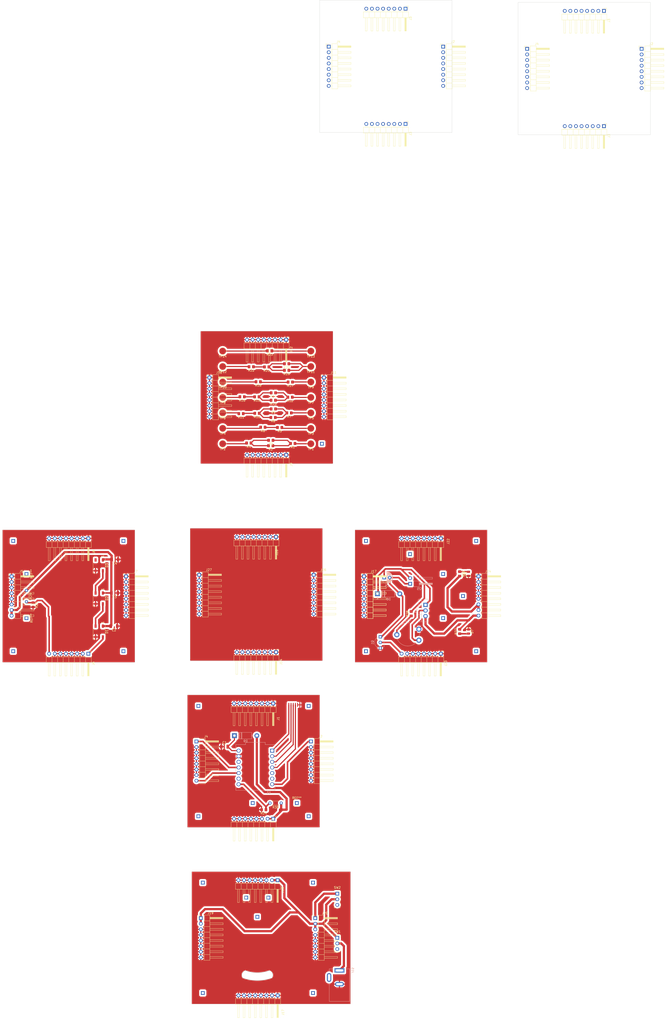
<source format=kicad_pcb>
(kicad_pcb (version 20221018) (generator pcbnew)
  (layers (0 "F.Cu" signal) (31 "B.Cu" signal) (34 "B.Paste" user) (35 "F.Paste" user) (36 "B.SilkS" user "B.Silkscreen") (37 "F.SilkS" user "F.Silkscreen") (38 "B.Mask" user) (39 "F.Mask" user) (44 "Edge.Cuts" user))
  (net 0 "")
  (net 1 "GND")
  (net 2 "+5V")
  (net 3 "Net-(D8-K)")
  (net 4 "Net-(D8-A)")
  (net 5 "/leds_detector/D1")
  (net 6 "/leds_detector/leds")
  (net 7 "/leds_detector/D2")
  (net 9 "Net-(D6-A)")
  (net 10 "Net-(D7-A)")
  (net 16 "/laser/laser_base")
  (net 17 "/leds_detector/detector_2")
  (net 18 "/qtpy/detector_1")
  (net 20 "/beamsplitter/5V_beforeswitch")
  (net 21 "/beamsplitter/laser_power")
  (net 22 "Net-(R1-Pad1)")
  (net 23 "Net-(R1-Pad2)")
  (net 24 "Net-(R2-Pad2)")
  (net 25 "Net-(R4-Pad2)")
  (net 26 "Net-(R5-Pad1)")
  (net 27 "Net-(R5-Pad2)")
  (net 28 "Net-(R6-Pad2)")
  (net 29 "Net-(R7-Pad1)")
  (net 30 "Net-(R7-Pad2)")
  (net 31 "Net-(R10-Pad1)")
  (net 32 "Net-(R10-Pad2)")
  (net 33 "Net-(R11-Pad2)")
  (net 34 "Net-(R12-Pad1)")
  (net 35 "Net-(R12-Pad2)")
  (net 36 "Net-(R13-Pad2)")
  (net 37 "Net-(R15-Pad2)")
  (net 38 "Net-(R16-Pad2)")
  (net 39 "Net-(R17-Pad1)")
  (net 40 "Net-(R17-Pad2)")
  (net 41 "Net-(R18-Pad2)")
  (net 42 "Net-(R19-Pad1)")
  (net 43 "Net-(R19-Pad2)")
  (net 44 "Net-(R21-Pad2)")
  (net 45 "Net-(R22-Pad2)")
  (net 46 "Net-(R23-Pad1)")
  (net 47 "Net-(R23-Pad2)")
  (net 48 "Net-(R28-Pad1)")
  (net 49 "Net-(U2-VO)")
  (net 53 "Net-(D9-K)")
  (net 54 "/qtpy/trumpet_1")
  (net 55 "/qtpy/trumpet_2")
  (net 56 "/qtpy/trumpet_3")
  (net 57 "/qtpy/enter")
  (footprint "" (layer "F.Cu") (at 115.736532 245.323839)
    (fp_text reference "")
    (fp_text value "")
  )
  (footprint "" (layer "F.Cu") (at 145 31)
    (fp_text reference "")
    (fp_text value "")
  )
  (footprint "Resistor_SMD:R_0805_2012Metric_Pad1.20x1.40mm_HandSolder" (layer "F.Cu") (at 111.839908 30.667243 180)
    (fp_text reference "R4")
    (fp_text value "62")
  )
  (footprint "" (layer "F.Cu") (at 110.690769 236.610777)
    (fp_text reference "")
    (fp_text value "")
  )
  (footprint "Resistor_SMD:R_0805_2012Metric_Pad1.20x1.40mm_HandSolder" (layer "F.Cu") (at 129.00796 -5.245297 180)
    (fp_text reference "R20")
    (fp_text value "680")
  )
  (footprint "Connector_PinHeader_2.54mm:PinHeader_1x08_P2.54mm_Horizontal" (layer "F.Cu") (at 272.93 -165.116071 -90)
    (fp_text reference "J3")
    (fp_text value "Conn_01x08_Pin")
  )
  (footprint "Connector_PinHeader_2.54mm:PinHeader_1x08_P2.54mm_Horizontal" (layer "F.Cu") (at 148.1 -148.92)
    (fp_text reference "J4")
    (fp_text value "Conn_01x08_Pin")
  )
  (footprint "TestPoint:TestPoint_Pad_D3.0mm" (layer "F.Cu") (at 140 16.999999 180)
    (fp_text reference "TP5")
    (fp_text value "TestPoint")
  )
  (footprint "Resistor_SMD:R_0805_2012Metric_Pad1.20x1.40mm_HandSolder" (layer "F.Cu") (at 130.124485 17.024948 180)
    (fp_text reference "R7")
    (fp_text value "430")
  )
  (footprint "" (layer "F.Cu") (at 55 125)
    (fp_text reference "")
    (fp_text value "")
  )
  (footprint "Connector_PinHeader_2.54mm:PinHeader_1x08_P2.54mm_Horizontal" (layer "F.Cu") (at 122.931774 148.656835 -90)
    (fp_text reference "J1")
    (fp_text value "qtpy2capacitive")
  )
  (footprint "Resistor_SMD:R_0805_2012Metric_Pad1.20x1.40mm_HandSolder" (layer "F.Cu") (at 122.975193 15.21716 180)
    (fp_text reference "R9")
    (fp_text value "68")
  )
  (footprint "Connector_PinHeader_2.54mm:PinHeader_1x08_P2.54mm_Horizontal" (layer "F.Cu") (at 198.931317 73.882556 -90)
    (fp_text reference "J22")
    (fp_text value "laser2resistors")
  )
  (footprint "Connector_PinHeader_2.54mm:PinHeader_1x08_P2.54mm_Horizontal" (layer "F.Cu") (at 88.1 165.86)
    (fp_text reference "J4")
    (fp_text value "qtpy2leds")
  )
  (footprint "Capacitor_SMD:C_1206_3216Metric" (layer "F.Cu") (at 50.70409 113.59891 180)
    (fp_text reference "C2")
    (fp_text value "100uF")
  )
  (footprint "Connector_PinHeader_2.54mm:PinHeader_1x08_P2.54mm_Horizontal" (layer "F.Cu") (at 39.085695 126.10333 -90)
    (fp_text reference "J6")
    (fp_text value "leds2qtpy")
  )
  (footprint "Connector_PinHeader_2.54mm:PinHeader_1x08_P2.54mm_Horizontal" (layer "F.Cu") (at 56.171728 91.08)
    (fp_text reference "J7")
    (fp_text value "leds2capacitive")
  )
  (footprint "" (layer "F.Cu") (at 209 100)
    (fp_text reference "")
    (fp_text value "")
  )
  (footprint "Connector_PinHeader_2.54mm:PinHeader_1x08_P2.54mm_Horizontal" (layer "F.Cu") (at 164.101317 91.078627)
    (fp_text reference "J17")
    (fp_text value "beamsplitter2resistors")
  )
  (footprint "TestPoint:TestPoint_Pad_D3.0mm" (layer "F.Cu") (at 140 2.999999 180)
    (fp_text reference "TP9")
    (fp_text value "TestPoint")
  )
  (footprint "" (layer "F.Cu") (at 120.741266 236.628495)
    (fp_text reference "")
    (fp_text value "")
  )
  (footprint "LED_SMD:LED_0805_2012Metric" (layer "F.Cu") (at 211.5 89.9375 90)
    (fp_text reference "D6")
    (fp_text value "LED")
  )
  (footprint "Connector_PinHeader_2.54mm:PinHeader_1x08_P2.54mm_Horizontal" (layer "F.Cu") (at 4.255695 91.08)
    (fp_text reference "J5")
    (fp_text value "leds2beamsplitter")
  )
  (footprint "Resistor_SMD:R_0805_2012Metric_Pad1.20x1.40mm_HandSolder" (layer "F.Cu") (at 129.00796 -2.2662 180)
    (fp_text reference "R19")
    (fp_text value "680")
  )
  (footprint "Resistor_SMD:R_0805_2012Metric_Pad1.20x1.40mm_HandSolder" (layer "F.Cu") (at 121.321137 -11.097997 180)
    (fp_text reference "R23")
    (fp_text value "330")
  )
  (footprint "Connector_PinHeader_2.54mm:PinHeader_1x08_P2.54mm_Horizontal" (layer "F.Cu") (at 90.080992 245.899665)
    (fp_text reference "J19")
    (fp_text value "beamsplitter2leds")
  )
  (footprint "Resistor_SMD:R_0805_2012Metric_Pad1.20x1.40mm_HandSolder" (layer "F.Cu") (at 122.938979 11.288882 180)
    (fp_text reference "R13")
    (fp_text value "68")
  )
  (footprint "Connector_PinHeader_2.54mm:PinHeader_1x08_P2.54mm_Horizontal" (layer "F.Cu") (at 128.83 36.023331 -90)
    (fp_text reference "J9")
    (fp_text value "resistors2capacitive")
  )
  (footprint "Connector_PinHeader_2.54mm:PinHeader_1x08_P2.54mm_Horizontal" (layer "F.Cu") (at 39.085695 73.883929 -90)
    (fp_text reference "J8")
    (fp_text value "leds2resistors")
  )
  (footprint "Capacitor_SMD:C_1206_3216Metric" (layer "F.Cu") (at 50.975554 98.600616 180)
    (fp_text reference "C3")
    (fp_text value "100uF")
  )
  (footprint "" (layer "F.Cu") (at 90.982723 279.828376)
    (fp_text reference "")
    (fp_text value "")
  )
  (footprint "" (layer "F.Cu") (at 200 90)
    (fp_text reference "")
    (fp_text value "")
  )
  (footprint "Connector_PinSocket_2.54mm:PinSocket_1x03_P2.54mm_Vertical" (layer "F.Cu") (at 151.982723 254.828376)
    (fp_text reference "SW1")
    (fp_text value "power")
  )
  (footprint "" (layer "F.Cu") (at 89 199.78)
    (fp_text reference "")
    (fp_text value "")
  )
  (footprint "Connector_PinHeader_2.54mm:PinHeader_1x08_P2.54mm_Horizontal" (layer "F.Cu") (at 141.275993 90.376473)
    (fp_text reference "J26")
    (fp_text value "capacitive2laser")
  )
  (footprint "Resistor_SMD:R_0805_2012Metric_Pad1.20x1.40mm_HandSolder" (layer "F.Cu") (at 131.789213 30.8568 180)
    (fp_text reference "R1")
    (fp_text value "200")
  )
  (footprint "Connector_PinHeader_2.54mm:PinHeader_1x08_P2.54mm_Horizontal" (layer "F.Cu") (at 290.016033 -147.92)
    (fp_text reference "J2")
    (fp_text value "Conn_01x08_Pin")
  )
  (footprint "" (layer "F.Cu") (at 215 75)
    (fp_text reference "")
    (fp_text value "")
  )
  (footprint "" (layer "F.Cu") (at 165 125)
    (fp_text reference "")
    (fp_text value "")
  )
  (footprint "Capacitor_SMD:C_1206_3216Metric" (layer "F.Cu") (at 51.111286 83.398726 180)
    (fp_text reference "C4")
    (fp_text value "100uF")
  )
  (footprint "Connector_PinHeader_2.54mm:PinHeader_1x08_P2.54mm_Horizontal" (layer "F.Cu") (at 200.016033 -148.92)
    (fp_text reference "J2")
    (fp_text value "Conn_01x08_Pin")
  )
  (footprint "Resistor_SMD:R_0805_2012Metric_Pad1.20x1.40mm_HandSolder" (layer "F.Cu") (at 185.5 108 90)
    (fp_text reference "R28")
    (fp_text value "R_US")
  )
  (footprint "Connector_PinHeader_2.54mm:PinHeader_1x08_P2.54mm_Horizontal" (layer "F.Cu") (at 238.1 -147.92)
    (fp_text reference "J4")
    (fp_text value "Conn_01x08_Pin")
  )
  (footprint "" (layer "F.Cu") (at 90.982723 229.828376)
    (fp_text reference "")
    (fp_text value "")
  )
  (footprint "Connector_PinHeader_2.54mm:PinHeader_1x08_P2.54mm_Horizontal" (layer "F.Cu") (at 94 1.000001)
    (fp_text reference "J10")
    (fp_text value "resistors2leds")
  )
  (footprint "Connector_PinHeader_2.54mm:PinHeader_1x08_P2.54mm_Horizontal" (layer "F.Cu") (at 124.18996 125.399803 -90)
    (fp_text reference "J14")
    (fp_text value "capacitive2qtpy")
  )
  (footprint "TestPoint:TestPoint_Pad_D3.0mm" (layer "F.Cu") (at 140 24 180)
    (fp_text reference "TP3")
    (fp_text value "TestPoint")
  )
  (footprint "Resistor_SMD:R_0805_2012Metric_Pad1.20x1.40mm_HandSolder" (layer "F.Cu") (at 122.993496 7.924959 180)
    (fp_text reference "R14")
    (fp_text value "68")
  )
  (footprint "" (layer "F.Cu") (at 5 125)
    (fp_text reference "")
    (fp_text value "")
  )
  (footprint "Resistor_SMD:R_0805_2012Metric_Pad1.20x1.40mm_HandSolder" (layer "F.Cu") (at 130.566861 9.895922 180)
    (fp_text reference "R12")
    (fp_text value "430")
  )
  (footprint "Connector_PinHeader_2.54mm:PinHeader_1x08_P2.54mm_Horizontal" (layer "F.Cu") (at 124.18996 73.180402 -90)
    (fp_text reference "J28")
    (fp_text value "capacitive2resistor")
  )
  (footprint "Connector_PinHeader_2.54mm:PinHeader_1x08_P2.54mm_Horizontal" (layer "F.Cu") (at 182.93 -113.89667 -90)
    (fp_text reference "J3")
    (fp_text value "Conn_01x08_Pin")
  )
  (footprint "Connector_PinHeader_2.54mm:PinHeader_1x08_P2.54mm_Horizontal" (layer "F.Cu") (at 89.35996 90.376473)
    (fp_text reference "J27")
    (fp_text value "capacitive2led")
  )
  (footprint "TestPoint:TestPoint_Pad_D3.0mm" (layer "F.Cu") (at 100.000001 23.999999 180)
    (fp_text reference "TP4")
    (fp_text value "TestPoint")
  )
  (footprint "TestPoint:TestPoint_Pad_D3.0mm" (layer "F.Cu") (at 100.000001 31 180)
    (fp_text reference "TP2")
    (fp_text value "TestPoint")
  )
  (footprint "LED_SMD:LED_WS2812B_PLCC4_5.0x5.0mm_P3.2mm" (layer "F.Cu") (at 44.000003 86.076895 -90)
    (fp_text reference "D3")
    (fp_text value "WS2812B")
  )
  (footprint "6pin_usbc:6pin_1.00pitch_FPC" (layer "F.Cu") (at 132.46 153.975)
    (fp_text reference "J13" hide)
    (fp_text value "trumpet_flexcable")
  )
  (footprint "" (layer "F.Cu") (at 5 75)
    (fp_text reference "")
    (fp_text value "")
  )
  (footprint "Resistor_SMD:R_0805_2012Metric_Pad1.20x1.40mm_HandSolder" (layer "F.Cu") (at 122.859482 19.093477 180)
    (fp_text reference "R8")
    (fp_text value "68")
  )
  (footprint "Connector_PinHeader_2.54mm:PinHeader_1x08_P2.54mm_Horizontal" (layer "F.Cu") (at 122.93 200.88333 -90)
    (fp_text reference "J3")
    (fp_text value "qtpy2beamsplitter")
  )
  (footprint "Resistor_SMD:R_0805_2012Metric_Pad1.20x1.40mm_HandSolder" (layer "F.Cu") (at 115.481084 9.728709 180)
    (fp_text reference "R15")
    (fp_text value "10")
  )
  (footprint "Connector_PinHeader_2.54mm:PinHeader_1x01_P2.54mm_Vertical" (layer "F.Cu") (at 133.631843 193.78)
    (fp_text reference "REF**")
    (fp_text value "PinHeader_1x01_P2.54mm_Vertical")
  )
  (footprint "Resistor_SMD:R_0805_2012Metric_Pad1.20x1.40mm_HandSolder" (layer "F.Cu") (at 121.821738 29.428307 180)
    (fp_text reference "R3")
    (fp_text value "120")
  )
  (footprint "Resistor_THT:R_Axial_DIN0204_L3.6mm_D1.6mm_P5.08mm_Horizontal" (layer "F.Cu") (at 11 97.46 -90)
    (fp_text reference "R29")
    (fp_text value "R_Photo")
  )
  (footprint "Connector_PinHeader_2.54mm:PinHeader_1x08_P2.54mm_Horizontal" (layer "F.Cu") (at 182.93 -166.116071 -90)
    (fp_text reference "J3")
    (fp_text value "Conn_01x08_Pin")
  )
  (footprint "TestPoint:TestPoint_Pad_D3.0mm" (layer "F.Cu") (at 100.000001 9.999999 180)
    (fp_text reference "TP8")
    (fp_text value "TestPoint")
  )
  (footprint "Resistor_SMD:R_0805_2012Metric_Pad1.20x1.40mm_HandSolder" (layer "F.Cu") (at 14 104 -90)
    (fp_text reference "R25")
    (fp_text value "10k")
  )
  (footprint "Connector_PinHeader_2.54mm:PinHeader_1x08_P2.54mm_Horizontal" (layer "F.Cu") (at 140.016033 165.86)
    (fp_text reference "J2")
    (fp_text value "qtpy2laser")
  )
  (footprint "LED_SMD:LED_0805_2012Metric" (layer "F.Cu") (at 211.5 116.0625 -90)
    (fp_text reference "D7")
    (fp_text value "LED")
  )
  (footprint "Resistor_SMD:R_0805_2012Metric_Pad1.20x1.40mm_HandSolder" (layer "F.Cu") (at 119.954636 -3.822212 180)
    (fp_text reference "R21")
    (fp_text value "51")
  )
  (footprint "Connector_PinHeader_2.54mm:PinHeader_1x08_P2.54mm_Horizontal" (layer "F.Cu") (at 145.916033 1.000001)
    (fp_text reference "J11")
    (fp_text value "resistors2laser")
  )
  (footprint "Resistor_SMD:R_0805_2012Metric_Pad1.20x1.40mm_HandSolder" (layer "F.Cu") (at 207.5 89.9375 -90)
    (fp_text reference "R26")
    (fp_text value "1k")
  )
  (footprint "" (layer "F.Cu") (at 55 75)
    (fp_text reference "")
    (fp_text value "")
  )
  (footprint "" (layer "F.Cu") (at 165 75)
    (fp_text reference "")
    (fp_text value "")
  )
  (footprint "Connector_PinHeader_2.54mm:PinHeader_1x08_P2.54mm_Horizontal" (layer "F.Cu") (at 128.824605 -16.157305 -90)
    (fp_text reference "J12")
    (fp_text value "resistors2beamsplitter")
  )
  (footprint "Resistor_SMD:R_0805_2012Metric_Pad1.20x1.40mm_HandSolder" (layer "F.Cu") (at 207.5 116.0625 90)
    (fp_text reference "R27")
    (fp_text value "1k")
  )
  (footprint "" (layer "F.Cu") (at 113.631843 193.78 90)
    (fp_text reference "")
    (fp_text value "")
  )
  (footprint "Resistor_SMD:R_0805_2012Metric_Pad1.20x1.40mm_HandSolder" (layer "F.Cu") (at 112.957221 -3.891494 180)
    (fp_text reference "R22")
    (fp_text value "1")
  )
  (footprint "" (layer "F.Cu") (at 215 125)
    (fp_text reference "")
    (fp_text value "")
  )
  (footprint "Resistor_SMD:R_0805_2012Metric_Pad1.20x1.40mm_HandSolder" (layer "F.Cu") (at 118.222691 23.508206 180)
    (fp_text reference "R6")
    (fp_text value "10")
  )
  (footprint "TestPoint:TestPoint_Pad_D3.0mm" (layer "F.Cu") (at 140 -4 180)
    (fp_text reference "TP11")
    (fp_text value "TestPoint")
  )
  (footprint "Connector_PinHeader_2.54mm:PinHeader_1x01_P2.54mm_Vertical" (layer "F.Cu") (at 11 90 -90)
    (fp_text reference "REF**")
    (fp_text value "PinHeader_1x01_P2.54mm_Vertical")
  )
  (footprint "TestPoint:TestPoint_Pad_D3.0mm" (layer "F.Cu") (at 140 31 180)
    (fp_text reference "TP1")
    (fp_text value "TestPoint")
  )
  (footprint "Resistor_SMD:R_0805_2012Metric_Pad1.20x1.40mm_HandSolder" (layer "F.Cu") (at 125.847219 23.616721 180)
    (fp_text reference "R5")
    (fp_text value "430")
  )
  (footprint "" (layer "F.Cu") (at 89 149.78)
    (fp_text reference "")
    (fp_text value "")
  )
  (footprint "Connector_PinHeader_2.54mm:PinHeader_1x08_P2.54mm_Horizontal" (layer "F.Cu") (at 216.01735 91.078627)
    (fp_text reference "J24")
    (fp_text value "laser2beamsplitter")
  )
  (footprint "Connector_PinHeader_2.54mm:PinHeader_1x08_P2.54mm_Horizontal" (layer "F.Cu") (at 124.921773 228.716263 -90)
    (fp_text reference "J18")
    (fp_text value "beamsplitter2qtpy")
  )
  (footprint "" (layer "F.Cu") (at 140.982723 229.828376)
    (fp_text reference "")
    (fp_text value "")
  )
  (footprint "Connector_PinHeader_2.54mm:PinHeader_1x01_P2.54mm_Vertical" (layer "F.Cu") (at 11 110 -90)
    (fp_text reference "REF**")
    (fp_text value "PinHeader_1x01_P2.54mm_Vertical")
  )
  (footprint "LED_SMD:LED_WS2812B_PLCC4_5.0x5.0mm_P3.2mm" (layer "F.Cu") (at 44 101.076894 -90)
    (fp_text reference "D2")
    (fp_text value "WS2812B")
  )
  (footprint "Connector_PinSocket_2.54mm:PinSocket_1x03_P2.54mm_Vertical" (layer "F.Cu") (at 151.982723 234.828376)
    (fp_text reference "SW2")
    (fp_text value "laser")
  )
  (footprint "Resistor_SMD:R_0805_2012Metric_Pad1.20x1.40mm_HandSolder" (layer "F.Cu") (at 108.817297 9.702284 180)
    (fp_text reference "R16")
    (fp_text value "20")
  )
  (footprint "Resistor_SMD:R_0805_2012Metric_Pad1.20x1.40mm_HandSolder" (layer "F.Cu") (at 121.781007 31.872223 180)
    (fp_text reference "R2")
    (fp_text value "120")
  )
  (footprint "Resistor_SMD:R_0805_2012Metric_Pad1.20x1.40mm_HandSolder" (layer "F.Cu") (at 108.312177 17.348382 180)
    (fp_text reference "R11")
    (fp_text value "20")
  )
  (footprint "TestPoint:TestPoint_Pad_D3.0mm" (layer "F.Cu") (at 100 3 180)
    (fp_text reference "TP10")
    (fp_text value "TestPoint")
  )
  (footprint "" (layer "F.Cu") (at 139 149.78)
    (fp_text reference "")
    (fp_text value "")
  )
  (footprint "Connector_PinHeader_2.54mm:PinHeader_1x08_P2.54mm_Horizontal" (layer "F.Cu") (at 142 245.92)
    (fp_text reference "J20")
    (fp_text value "beamsplitter2laser")
  )
  (footprint "Resistor_SMD:R_0805_2012Metric_Pad1.20x1.40mm_HandSolder" (layer "F.Cu") (at 116.119866 2.905394 180)
    (fp_text reference "R18")
    (fp_text value "10")
  )
  (footprint "Capacitor_SMD:C_1206_3216Metric" (layer "F.Cu") (at 100.851738 168.21162)
    (fp_text reference "C1")
    (fp_text value "C")
  )
  (footprint "Connector_PinHeader_2.54mm:PinHeader_1x08_P2.54mm_Horizontal" (layer "F.Cu") (at 164.101317 91.078627)
    (fp_text reference "J21" hide)
    (fp_text value "laser2capacitve")
  )
  (footprint "Resistor_THT:R_Axial_DIN0204_L3.6mm_D1.6mm_P5.08mm_Horizontal" (layer "F.Cu") (at 126.54 193.78 180)
    (fp_text reference "R30")
    (fp_text value "R_Photo")
  )
  (footprint "Connector_PinHeader_2.54mm:PinHeader_1x08_P2.54mm_Horizontal" (layer "F.Cu") (at 198.931317 126.101957 -90)
    (fp_text reference "J23")
    (fp_text value "laser2qtpy")
  )
  (footprint "Resistor_SMD:R_0805_2012Metric_Pad1.20x1.40mm_HandSolder" (layer "F.Cu") (at 118.631843 196.78 180)
    (fp_text reference "R24")
    (fp_text value "10k")
  )
  (footprint "Connector_PinHeader_2.54mm:PinHeader_1x08_P2.54mm_Horizontal" (layer "F.Cu") (at 272.93 -112.89667 -90)
    (fp_text reference "J3")
    (fp_text value "Conn_01x08_Pin")
  )
  (footprint "LED_SMD:LED_WS2812B_PLCC4_5.0x5.0mm_P3.2mm" (layer "F.Cu") (at 44.000002 116.076894 -90)
    (fp_text reference "D1")
    (fp_text value "WS2812B")
  )
  (footprint "" (layer "F.Cu") (at 185 81)
    (fp_text reference "")
    (fp_text value "")
  )
  (footprint "" (layer "F.Cu") (at 200 110)
    (fp_text reference "")
    (fp_text value "")
  )
  (footprint "Connector_PinHeader_2.54mm:PinHeader_1x08_P2.54mm_Horizontal" (layer "F.Cu") (at 124.934354 280.927952 -90)
    (fp_text reference "J17")
    (fp_text value "beamsplitter2resistors")
  )
  (footprint "TestPoint:TestPoint_Pad_D3.0mm" (layer "F.Cu") (at 140 -11.000001 180)
    (fp_text reference "TP13")
    (fp_text value "TestPoint")
  )
  (footprint "TestPoint:TestPoint_Pad_D3.0mm" (layer "F.Cu") (at 140 10 180)
    (fp_text reference "TP7")
    (fp_text value "TestPoint")
  )
  (footprint "TestPoint:TestPoint_Pad_D3.0mm" (layer "F.Cu") (at 100 17 180)
    (fp_text reference "TP6")
    (fp_text value "TestPoint")
  )
  (footprint "" (layer "F.Cu") (at 140.982723 279.828376)
    (fp_text reference "")
    (fp_text value "")
  )
  (footprint "Resistor_SMD:R_0805_2012Metric_Pad1.20x1.40mm_HandSolder" (layer "F.Cu") (at 115.561398 17.200529 180)
    (fp_text reference "R10")
    (fp_text value "10")
  )
  (footprint "TestPoint:TestPoint_Pad_D3.0mm" (layer "F.Cu") (at 100 -11 180)
    (fp_text reference "TP14")
    (fp_text value "TestPoint")
  )
  (footprint "Resistor_SMD:R_0805_2012Metric_Pad1.20x1.40mm_HandSolder" (layer "F.Cu") (at 130.664946 3.040386 180)
    (fp_text reference "R17")
    (fp_text value "430")
  )
  (footprint "" (layer "F.Cu") (at 139 199.78)
    (fp_text reference "")
    (fp_text value "")
  )
  (footprint "TestPoint:TestPoint_Pad_D3.0mm" (layer "F.Cu") (at 100.000001 -4.000001 180)
    (fp_text reference "TP12")
    (fp_text value "TestPoint")
  )
  (footprint "Package_TO_SOT_THT:TO-220-3_Vertical" (layer "B.Cu") (at 192 104 -90)
    (fp_text reference "U2")
    (fp_text value "LM317L_TO92")
  )
  (footprint "Capacitor_THT:CP_Radial_D5.0mm_P2.50mm" (layer "B.Cu") (at 173.255709 91.631343)
    (fp_text reference "C5")
    (fp_text value "C")
  )
  (footprint "Diode_THT:D_DO-41_SOD81_P10.16mm_Horizontal" (layer "B.Cu") (at 170.178772 98.961786)
    (fp_text reference "D8")
    (fp_text value "1N4007")
  )
  (footprint "ADAFRUIT_QT_PY (1):MODULE_ADAFRUIT_QT_PY" (layer "B.Cu") (at 114.838403 177.651449 180)
    (fp_text reference "U1")
    (fp_text value "ADAFRUIT_QT_PY")
  )
  (footprint "Diode_THT:D_DO-41_SOD81_P10.16mm_Horizontal" (layer "B.Cu") (at 105.328157 163.234353)
    (fp_text reference "D9")
    (fp_text value "1N4007")
  )
  (footprint "Package_TO_SOT_THT:TO-92L_Inline_Wide" (layer "B.Cu") (at 171.5 118.46 -90)
    (fp_text reference "Q1")
    (fp_text value "NPN")
  )
  (footprint "Connector_BarrelJack:BarrelJack_Kycon_KLDX-0202-xC_Horizontal" (layer "B.Cu") (at 152.963786 269.596235 90)
    (fp_text reference "J15")
    (fp_text value "Barrel_Jack_MountingPin")
  )
  (footprint "Potentiometer_THT:Potentiometer_Piher_PT-10-V10_Vertical" (layer "B.Cu") (at 189 120 180)
    (fp_text reference "RV1")
    (fp_text value "R_Potentiometer_Trim_US")
  )
  (footprint "Connector_PinHeader_2.54mm:PinHeader_1x02_P2.54mm_Horizontal" (layer "B.Cu") (at 185.046077 94.431917)
    (fp_text reference "J25")
    (fp_text value "laser connector")
  )
  (gr_rect (start 144 -170) (end 204 -110) (stroke (width 0.1)) (fill none) (layer "Edge.Cuts"))
  (gr_line (start 145.982723 224.828376) (end 157.982723 224.828376) (stroke (width 0.1)) (layer "Edge.Cuts"))
  (gr_arc (start 121.130995 269.643261) (mid 118.470718 270.356081) (end 115.727076 270.596117) (stroke (width 0.2)) (layer "Edge.Cuts"))
  (gr_line (start 157.982723 284.828376) (end 145.982723 284.828376) (stroke (width 0.1)) (layer "Edge.Cuts"))
  (gr_poly (pts (xy 150 40.000001) (xy 90 40.000001) (xy 90 -20) (xy 150.000001 -20)) (stroke (width 0.1)) (fill none) (layer "Edge.Cuts"))
  (gr_rect (start 85.25996 69.296473) (end 145.25996 129.296473) (stroke (width 0.1)) (fill none) (layer "Edge.Cuts"))
  (gr_arc (start 115.727076 270.596117) (mid 112.983435 270.356079) (end 110.323157 269.643261) (stroke (width 0.2)) (layer "Edge.Cuts"))
  (gr_line (start 85.982723 224.828376) (end 85.982723 284.828376) (stroke (width 0.1)) (layer "Edge.Cuts"))
  (gr_line (start 85.982723 284.828376) (end 145.982723 284.828376) (stroke (width 0.1)) (layer "Edge.Cuts"))
  (gr_arc (start 109.100517 273.002434) (mid 108.808233 270.993963) (end 110.323157 269.643261) (stroke (width 0.2)) (layer "Edge.Cuts"))
  (gr_rect (start 234 -169) (end 294 -109) (stroke (width 0.1)) (fill none) (layer "Edge.Cuts"))
  (gr_line (start 145.982723 224.828376) (end 85.982723 224.828376) (stroke (width 0.1)) (layer "Edge.Cuts"))
  (gr_rect (start 160.001317 69.998627) (end 220.001317 129.998627) (stroke (width 0.1)) (fill none) (layer "Edge.Cuts"))
  (gr_arc (start 121.130995 269.643261) (mid 122.645897 270.99397) (end 122.353635 273.002434) (stroke (width 0.2)) (layer "Edge.Cuts"))
  (gr_arc (start 122.353635 273.002434) (mid 119.091469 273.876529) (end 115.727077 274.170875) (stroke (width 0.2)) (layer "Edge.Cuts"))
  (gr_arc (start 115.727077 274.170875) (mid 112.362684 273.876529) (end 109.100517 273.002434) (stroke (width 0.2)) (layer "Edge.Cuts"))
  (gr_poly (pts (xy 60.155695 70) (xy 60.155695 129.999999) (xy 0.155695 130) (xy 0.155695 70)) (stroke (width 0.1)) (fill none) (layer "Edge.Cuts"))
  (gr_rect (start 84 144.78) (end 144 204.78) (stroke (width 0.1)) (fill none) (layer "Edge.Cuts"))
  (gr_line (start 157.982723 224.828376) (end 157.982723 284.828376) (stroke (width 0.1)) (layer "Edge.Cuts"))
  (segment (start 127.982723 236.828376) (end 127.982723 230.828376) (width 1) (layer "F.Cu") (net 2))
  (segment (start 126 196.78) (end 126.54 196.24) (width 1) (layer "F.Cu") (net 2))
  (segment (start 145.614347 248.46) (end 144.154347 248.46) (width 1) (layer "F.Cu") (net 2))
  (segment (start 142 251) (end 142 248.46) (width 1) (layer "F.Cu") (net 2))
  (segment (start 49.500554 83.534458) (end 49.500554 113.327446) (width 1) (layer "F.Cu") (net 2))
  (segment (start 216.01735 106.318627) (end 216.01735 103.778627) (width 1) (layer "F.Cu") (net 2))
  (segment (start 151.982723 254.828376) (end 145.614347 248.46) (width 1) (layer "F.Cu") (net 2))
  (segment (start 202 105) (end 202 96.4375) (width 1) (layer "F.Cu") (net 2))
  (segment (start 6.68 106.32) (end 8 105) (width 1) (layer "F.Cu") (net 2))
  (segment (start 49.636286 81.71318) (end 49.636286 83.398726) (width 1) (layer "F.Cu") (net 2))
  (segment (start 121.982723 251.828376) (end 130.482723 243.328376) (width 1) (layer "F.Cu") (net 2))
  (segment (start 49.500554 83.534457) (end 49.636285 83.398726) (width 0.7) (layer "F.Cu") (net 2))
  (segment (start 129 191.78) (end 129 196.78) (width 1) (layer "F.Cu") (net 2))
  (segment (start 126.54 196.24) (end 126.54 193.78) (width 1) (layer "F.Cu") (net 2))
  (segment (start 91.982723 241.828376) (end 99.982723 241.828376) (width 1) (layer "F.Cu") (net 2))
  (segment (start 145.351099 248.46) (end 146.982723 246.828376) (width 1) (layer "F.Cu") (net 2))
  (segment (start 28.383106 80.076894) (end 48 80.076894) (width 1) (layer "F.Cu") (net 2))
  (segment (start 120.39 200.88333) (end 122.93 200.88333) (width 0.7) (layer "F.Cu") (net 2))
  (segment (start 45.677985 113.59891) (end 45.650002 113.626893) (width 1) (layer "F.Cu") (net 2))
  (segment (start 212.795977 107) (end 204 107) (width 1) (layer "F.Cu") (net 2))
  (segment (start 149.442723 237.368376) (end 151.982723 237.368376) (width 1) (layer "F.Cu") (net 2))
  (segment (start 45.677985 113.59891) (end 45.650002 113.626893) (width 0.7) (layer "F.Cu") (net 2))
  (segment (start 126 197.78) (end 126 196.78) (width 1) (layer "F.Cu") (net 2))
  (segment (start 134.482723 243.328376) (end 127.982723 236.828376) (width 1) (layer "F.Cu") (net 2))
  (segment (start 115.488157 163.234353) (end 115.488157 185.268157) (width 1) (layer "F.Cu") (net 2))
  (segment (start 49 83.398726) (end 45.878173 83.398726) (width 1) (layer "F.Cu") (net 2))
  (segment (start 90.080992 245.899665) (end 90.080992 243.730107) (width 1) (layer "F.Cu") (net 2))
  (segment (start 8 100.46) (end 28.383106 80.076894) (width 1) (layer "F.Cu") (net 2))
  (segment (start 45.676281 98.600616) (end 45.650002 98.626894) (width 0.7) (layer "F.Cu") (net 2))
  (segment (start 90.080992 248.439665) (end 90.080992 245.899665) (width 1) (layer "F.Cu") (net 2))
  (segment (start 122.381773 228.716263) (end 124.921773 228.716263) (width 1) (layer "F.Cu") (net 2))
  (segment (start 4.255695 108.86) (end 4.255695 106.32) (width 1) (layer "F.Cu") (net 2))
  (segment (start 146.982723 239.828376) (end 149.442723 237.368376) (width 1) (layer "F.Cu") (net 2))
  (segment (start 146.982723 246.828376) (end 146.982723 239.828376) (width 1) (layer "F.Cu") (net 2))
  (segment (start 142 248.46) (end 139.614347 248.46) (width 1) (layer "F.Cu") (net 2))
  (segment (start 129 196.78) (end 127 196.78) (width 1) (layer "F.Cu") (net 2))
  (segment (start 202 96.4375) (end 207.5 90.9375) (width 1) (layer "F.Cu") (net 2))
  (segment (start 127.982723 230.828376) (end 125.87061 228.716263) (width 1) (layer "F.Cu") (net 2))
  (segment (start 216.01735 103.778627) (end 212.795977 107) (width 1) (layer "F.Cu") (net 2))
  (segment (start 90.080992 243.730107) (end 91.982723 241.828376) (width 1) (layer "F.Cu") (net 2))
  (segment (start 119 188.78) (end 126 188.78) (width 1) (layer "F.Cu") (net 2))
  (segment (start 8 105) (end 8 100.46) (width 1) (layer "F.Cu") (net 2))
  (segment (start 115.908157 163.654353) (end 115.488157 163.234353) (width 1) (layer "F.Cu") (net 2))
  (segment (start 204 107) (end 202 105) (width 1) (layer "F.Cu") (net 2))
  (segment (start 49.500554 113.327446) (end 49.22909 113.59891) (width 1) (layer "F.Cu") (net 2))
  (segment (start 49.500554 98.600616) (end 45.676281 98.600616) (width 0.7) (layer "F.Cu") (net 2))
  (segment (start 130.482723 243.328376) (end 134.482723 243.328376) (width 1) (layer "F.Cu") (net 2))
  (segment (start 4.255695 106.32) (end 6.68 106.32) (width 1) (layer "F.Cu") (net 2))
  (segment (start 115.488157 185.268157) (end 119 188.78) (width 1) (layer "F.Cu") (net 2))
  (segment (start 99.982723 241.828376) (end 109.982723 251.828376) (width 1) (layer "F.Cu") (net 2))
  (segment (start 139.614347 248.46) (end 134.482723 243.328376) (width 1) (layer "F.Cu") (net 2))
  (segment (start 125.87061 228.716263) (end 124.921773 228.716263) (width 1) (layer "F.Cu") (net 2))
  (segment (start 49.636286 83.398726) (end 49.500554 83.534458) (width 1) (layer "F.Cu") (net 2))
  (segment (start 142 248.46) (end 145.351099 248.46) (width 1) (layer "F.Cu") (net 2))
  (segment (start 49.636286 83.398726) (end 49 83.398726) (width 1) (layer "F.Cu") (net 2))
  (segment (start 48 80.076894) (end 49.636286 81.71318) (width 1) (layer "F.Cu") (net 2))
  (segment (start 122.981843 200.798157) (end 126 197.78) (width 1) (layer "F.Cu") (net 2))
  (segment (start 109.982723 251.828376) (end 121.982723 251.828376) (width 1) (layer "F.Cu") (net 2))
  (segment (start 126 188.78) (end 129 191.78) (width 1) (layer "F.Cu") (net 2))
  (segment (start 49.229091 98.872079) (end 49.500554 98.600616) (width 0.7) (layer "F.Cu") (net 2))
  (segment (start 127 196.78) (end 126 197.78) (width 1) (layer "F.Cu") (net 2))
  (segment (start 45.676279 98.600616) (end 45.650002 98.626894) (width 0.7) (layer "F.Cu") (net 2))
  (segment (start 49.22909 113.59891) (end 45.677985 113.59891) (width 1) (layer "F.Cu") (net 2))
  (segment (start 45.878173 83.398726) (end 45.650003 83.626894) (width 1) (layer "F.Cu") (net 2))
  (segment (start 194 96.5) (end 191.5 94) (width 0.7) (layer "F.Cu") (net 3))
  (segment (start 170.5 95.698133) (end 170.5 91) (width 0.7) (layer "F.Cu") (net 3))
  (segment (start 181.154159 88) (end 180.839912 87.685753) (width 0.7) (layer "F.Cu") (net 3))
  (segment (start 173.814248 87.685752) (end 173.255709 88.244291) (width 0.7) (layer "F.Cu") (net 3))
  (segment (start 185.5 88) (end 181.154159 88) (width 0.7) (layer "F.Cu") (net 3))
  (segment (start 173.814248 87.685752) (end 175.5 87.685752) (width 0.7) (layer "F.Cu") (net 3))
  (segment (start 192 104) (end 194 102) (width 0.7) (layer "F.Cu") (net 3))
  (segment (start 173.255709 88.244291) (end 173.255709 91.631343) (width 0.7) (layer "F.Cu") (net 3))
  (segment (start 170.5 95.698133) (end 170.5 98.640558) (width 0.7) (layer "F.Cu") (net 3))
  (segment (start 191.5 101) (end 191.5 94) (width 0.7) (layer "F.Cu") (net 3))
  (segment (start 194 102) (end 194 96.5) (width 0.7) (layer "F.Cu") (net 3))
  (segment (start 185.5 107) (end 191.5 101) (width 0.7) (layer "F.Cu") (net 3))
  (segment (start 170.5 98.640558) (end 170.178772 98.961786) (width 0.7) (layer "F.Cu") (net 3))
  (segment (start 191.5 94) (end 185.5 88) (width 0.7) (layer "F.Cu") (net 3))
  (segment (start 170.5 91) (end 173.814248 87.685752) (width 0.7) (layer "F.Cu") (net 3))
  (segment (start 180.839912 87.685753) (end 175.5 87.685752) (width 0.7) (layer "F.Cu") (net 3))
  (segment (start 185.046077 91.891917) (end 180.839912 87.685753) (width 0.7) (layer "F.Cu") (net 3))
  (segment (start 175.755709 94.378723) (end 180.338772 98.961786) (width 0.7) (layer "F.Cu") (net 4))
  (segment (start 181.622773 100.245787) (end 180.338772 98.961786) (width 0.7) (layer "F.Cu") (net 4))
  (segment (start 172.020912 118.46) (end 181.622773 108.858139) (width 0.7) (layer "F.Cu") (net 4))
  (segment (start 175.755709 91.631343) (end 179.843027 91.631343) (width 0.7) (layer "F.Cu") (net 4))
  (segment (start 181.622773 108.858139) (end 181.622773 100.245787) (width 0.7) (layer "F.Cu") (net 4))
  (segment (start 182.643601 94.431917) (end 185.046077 94.431917) (width 0.7) (layer "F.Cu") (net 4))
  (segment (start 171.5 118.46) (end 172.020912 118.46) (width 0.7) (layer "F.Cu") (net 4))
  (segment (start 175.755709 91.631343) (end 175.755709 94.378723) (width 0.7) (layer "F.Cu") (net 4))
  (segment (start 179.843027 91.631343) (end 182.643601 94.431917) (width 0.7) (layer "F.Cu") (net 4))
  (segment (start 45.650002 106.810453) (end 45.650002 103.526891) (width 0.7) (layer "F.Cu") (net 5))
  (segment (start 42.350001 113.626893) (end 42.350001 110.110454) (width 0.7) (layer "F.Cu") (net 5))
  (segment (start 42.350001 110.110454) (end 45.650002 106.810453) (width 0.7) (layer "F.Cu") (net 5))
  (segment (start 91.033804 165.86) (end 88.1 165.86) (width 0.7) (layer "F.Cu") (net 6))
  (segment (start 107.218403 177.651449) (end 102.825253 177.651449) (width 0.7) (layer "F.Cu") (net 6))
  (segment (start 102.825253 177.651449) (end 91.033804 165.86) (width 0.7) (layer "F.Cu") (net 6))
  (segment (start 45.650002 119.539023) (end 39.085695 126.10333) (width 0.7) (layer "F.Cu") (net 6))
  (segment (start 45.650002 118.526894) (end 45.650002 119.539023) (width 0.7) (layer "F.Cu") (net 6))
  (segment (start 45.650002 91.947893) (end 45.650002 88.526894) (width 0.7) (layer "F.Cu") (net 7))
  (segment (start 42.350001 98.626894) (end 42.350001 95.247891) (width 0.7) (layer "F.Cu") (net 7))
  (segment (start 42.350001 95.247891) (end 45.650002 91.947893) (width 0.7) (layer "F.Cu") (net 7))
  (segment (start 207.5 88.9375) (end 211.4375 88.9375) (width 0.7) (layer "F.Cu") (net 9))
  (segment (start 211.4375 88.9375) (end 211.5 89) (width 0.7) (layer "F.Cu") (net 9))
  (segment (start 211.4375 117.0625) (end 211.5 117) (width 0.7) (layer "F.Cu") (net 10))
  (segment (start 207.5 117.0625) (end 211.4375 117.0625) (width 0.7) (layer "F.Cu") (net 10))
  (segment (start 122.458403 185.271449) (end 126.871061 185.271449) (width 0.7) (layer "F.Cu") (net 16))
  (segment (start 176.04936 121) (end 171.5 121) (width 0.7) (layer "F.Cu") (net 16))
  (segment (start 181.151317 126.101957) (end 176.04936 121) (width 0.7) (layer "F.Cu") (net 16))
  (segment (start 129.408157 175.234353) (end 138.78251 165.86) (width 0.7) (layer "F.Cu") (net 16))
  (segment (start 138.78251 165.86) (end 140.016033 165.86) (width 0.7) (layer "F.Cu") (net 16))
  (segment (start 129.408157 182.734353) (end 129.408157 175.234353) (width 0.7) (layer "F.Cu") (net 16))
  (segment (start 126.871061 185.271449) (end 129.408157 182.734353) (width 0.7) (layer "F.Cu") (net 16))
  (segment (start 21 105) (end 21 109) (width 0.7) (layer "F.Cu") (net 17))
  (segment (start 21.305695 109.305695) (end 21.305695 126.10333) (width 0.7) (layer "F.Cu") (net 17))
  (segment (start 21 109) (end 21.305695 109.305695) (width 0.7) (layer "F.Cu") (net 17))
  (segment (start 95.451061 180.191449) (end 92.00251 183.64) (width 0.7) (layer "F.Cu") (net 17))
  (segment (start 11 103) (end 15 103) (width 0.7) (layer "F.Cu") (net 17))
  (segment (start 16 102) (end 18 102) (width 0.7) (layer "F.Cu") (net 17))
  (segment (start 92.00251 183.64) (end 88.1 183.64) (width 0.7) (layer "F.Cu") (net 17))
  (segment (start 18 102) (end 21 105) (width 0.7) (layer "F.Cu") (net 17))
  (segment (start 15 103) (end 16 102) (width 0.7) (layer "F.Cu") (net 17))
  (segment (start 107.218403 180.191449) (end 95.451061 180.191449) (width 0.7) (layer "F.Cu") (net 17))
  (segment (start 109.491449 185.271449) (end 107.218403 185.271449) (width 0.7) (layer "F.Cu") (net 18))
  (segment (start 119.631843 196.78) (end 119.631843 195.411843) (width 0.7) (layer "F.Cu") (net 18))
  (segment (start 121.263686 193.78) (end 121.46 193.78) (width 0.7) (layer "F.Cu") (net 18))
  (segment (start 119.631843 195.411843) (end 109.491449 185.271449) (width 0.7) (layer "F.Cu") (net 18))
  (segment (start 119.631843 195.411843) (end 121.263686 193.78) (width 0.7) (layer "F.Cu") (net 18))
  (segment (start 119.631843 196.78) (end 119.631843 195.608157) (width 0.7) (layer "F.Cu") (net 18))
  (segment (start 152.963786 269.596235) (end 154.982723 267.577298) (width 1) (layer "F.Cu") (net 20))
  (segment (start 154.982723 258.598376) (end 153.752723 257.368376) (width 1) (layer "F.Cu") (net 20))
  (segment (start 153.752723 257.368376) (end 151.982723 257.368376) (width 1) (layer "F.Cu") (net 20))
  (segment (start 154.982723 267.577298) (end 154.982723 258.598376) (width 1) (layer "F.Cu") (net 20))
  (segment (start 200.5 117) (end 196 117) (width 1) (layer "F.Cu") (net 21))
  (segment (start 206.5 111) (end 200.5 117) (width 1) (layer "F.Cu") (net 21))
  (segment (start 196 117) (end 192 113) (width 1) (layer "F.Cu") (net 21))
  (segment (start 192 113) (end 192 109.08) (width 1) (layer "F.Cu") (net 21))
  (segment (start 213.703873 108.858627) (end 211.5625 111) (width 1) (layer "F.Cu") (net 21))
  (segment (start 211.5625 111) (end 206.5 111) (width 1) (layer "F.Cu") (net 21))
  (segment (start 145.982723 234.828376) (end 151.982723 234.828376) (width 1) (layer "F.Cu") (net 21))
  (segment (start 142 238.811099) (end 145.982723 234.828376) (width 1) (layer "F.Cu") (net 21))
  (segment (start 142 245.92) (end 142 238.811099) (width 1) (layer "F.Cu") (net 21))
  (segment (start 207.5 115.0625) (end 213.703873 108.858627) (width 0.7) (layer "F.Cu") (net 21))
  (segment (start 213.703873 108.858627) (end 216.01735 108.858627) (width 1) (layer "F.Cu") (net 21))
  (segment (start 140 31) (end 132.932413 31) (width 0.5) (layer "F.Cu") (net 22))
  (segment (start 132.932413 31) (end 132.789213 30.8568) (width 0.5) (layer "F.Cu") (net 22))
  (segment (start 130.789213 30.856799) (end 129.77379 31.872222) (width 0.5) (layer "F.Cu") (net 23))
  (segment (start 130.789213 30.856799) (end 129.36072 29.428305) (width 0.5) (layer "F.Cu") (net 23))
  (segment (start 129.36072 29.428305) (end 122.821739 29.428306) (width 0.5) (layer "F.Cu") (net 23))
  (segment (start 129.77379 31.872222) (end 122.781006 31.872222) (width 0.5) (layer "F.Cu") (net 23))
  (segment (start 114.078844 29.428307) (end 112.839908 30.667243) (width 0.5) (layer "F.Cu") (net 24))
  (segment (start 114.044889 31.872223) (end 112.839908 30.667243) (width 0.5) (layer "F.Cu") (net 24))
  (segment (start 120.821738 29.428307) (end 114.078844 29.428307) (width 0.5) (layer "F.Cu") (net 24))
  (segment (start 120.781006 31.872224) (end 114.044889 31.872223) (width 0.5) (layer "F.Cu") (net 24))
  (segment (start 110.507151 31) (end 100.000001 31) (width 0.5) (layer "F.Cu") (net 25))
  (segment (start 110.839907 30.667243) (end 110.507151 31) (width 0.5) (layer "F.Cu") (net 25))
  (segment (start 127.230499 24) (end 126.84722 23.616721) (width 0.5) (layer "F.Cu") (net 26))
  (segment (start 140 24) (end 127.230499 24) (width 0.5) (layer "F.Cu") (net 26))
  (segment (start 119.331203 23.616721) (end 119.222689 23.508207) (width 0.5) (layer "F.Cu") (net 27))
  (segment (start 124.84722 23.616721) (end 119.331203 23.616721) (width 0.5) (layer "F.Cu") (net 27))
  (segment (start 116.730897 23.999999) (end 100.000001 23.999999) (width 0.5) (layer "F.Cu") (net 28))
  (segment (start 117.22269 23.508207) (end 116.730897 23.999999) (width 0.5) (layer "F.Cu") (net 28))
  (segment (start 131.149433 16.999999) (end 131.124485 17.024948) (width 0.5) (layer "F.Cu") (net 29))
  (segment (start 140 16.999999) (end 131.149433 16.999999) (width 0.5) (layer "F.Cu") (net 29))
  (segment (start 127.055955 19.093478) (end 123.859482 19.093478) (width 0.5) (layer "F.Cu") (net 30))
  (segment (start 129.124485 17.024948) (end 127.316698 15.217161) (width 0.5) (layer "F.Cu") (net 30))
  (segment (start 127.316698 15.217161) (end 123.975194 15.21716) (width 0.5) (layer "F.Cu") (net 30))
  (segment (start 129.124485 17.024948) (end 127.055955 19.093478) (width 0.5) (layer "F.Cu") (net 30))
  (segment (start 116.561398 17.200529) (end 118.544766 15.21716) (width 0.5) (layer "F.Cu") (net 31))
  (segment (start 116.561398 17.200529) (end 118.454347 19.093476) (width 0.5) (layer "F.Cu") (net 31))
  (segment (start 118.544766 15.21716) (end 121.975194 15.21716) (width 0.5) (layer "F.Cu") (net 31))
  (segment (start 121.975194 15.21716) (end 121.836493 15.078461) (width 1) (layer "F.Cu") (net 31))
  (segment (start 118.454347 19.093476) (end 121.859483 19.093477) (width 0.5) (layer "F.Cu") (net 31))
  (segment (start 121.94121 19.011749) (end 121.859483 19.093477) (width 1) (layer "F.Cu") (net 31))
  (segment (start 114.561398 17.200529) (end 109.46003 17.200529) (width 0.5) (layer "F.Cu") (net 32))
  (segment (start 109.46003 17.200529) (end 109.312176 17.348382) (width 0.5) (layer "F.Cu") (net 32))
  (segment (start 107.312177 17.348382) (end 106.963796 16.999998) (width 0.5) (layer "F.Cu") (net 33))
  (segment (start 106.963796 16.999998) (end 100 17) (width 0.5) (layer "F.Cu") (net 33))
  (segment (start 100.348382 17.348382) (end 100 17) (width 1) (layer "F.Cu") (net 33))
  (segment (start 139.895923 9.895922) (end 140 10) (width 1) (layer "F.Cu") (net 34))
  (segment (start 131.670939 9.999999) (end 140 10) (width 0.5) (layer "F.Cu") (net 34))
  (segment (start 131.566862 9.895922) (end 131.670939 9.999999) (width 0.5) (layer "F.Cu") (net 34))
  (segment (start 124.044274 7.87418) (end 123.993496 7.924958) (width 1) (layer "F.Cu") (net 35))
  (segment (start 127.595897 7.924959) (end 123.993496 7.924958) (width 0.5) (layer "F.Cu") (net 35))
  (segment (start 128.173903 11.288881) (end 123.938979 11.288882) (width 0.5) (layer "F.Cu") (net 35))
  (segment (start 129.566861 9.895923) (end 127.595897 7.924959) (width 0.5) (layer "F.Cu") (net 35))
  (segment (start 129.566861 9.895923) (end 128.173903 11.288881) (width 0.5) (layer "F.Cu") (net 35))
  (segment (start 118.284835 7.924958) (end 121.993497 7.924958) (width 0.5) (layer "F.Cu") (net 36))
  (segment (start 116.481084 9.728709) (end 118.284835 7.924958) (width 0.5) (layer "F.Cu") (net 36))
  (segment (start 118.041258 11.288881) (end 116.481084 9.728709) (width 0.5) (layer "F.Cu") (net 36))
  (segment (start 121.938979 11.288881) (end 118.041258 11.288881) (width 0.5) (layer "F.Cu") (net 36))
  (segment (start 114.481084 9.728709) (end 109.843722 9.728709) (width 0.5) (layer "F.Cu") (net 37))
  (segment (start 109.843722 9.728709) (end 109.817297 9.702284) (width 0.5) (layer "F.Cu") (net 37))
  (segment (start 100.297717 9.702283) (end 100.000001 9.999999) (width 1) (layer "F.Cu") (net 38))
  (segment (start 107.519581 9.999999) (end 100.000001 9.999999) (width 0.5) (layer "F.Cu") (net 38))
  (segment (start 107.817297 9.702283) (end 107.519581 9.999999) (width 0.5) (layer "F.Cu") (net 38))
  (segment (start 131.705332 2.999999) (end 131.664945 3.040385) (width 0.5) (layer "F.Cu") (net 39))
  (segment (start 140 2.999999) (end 131.705332 2.999999) (width 0.5) (layer "F.Cu") (net 39))
  (segment (start 117.405376 3.190904) (end 117.119866 2.905394) (width 0.5) (layer "F.Cu") (net 40))
  (segment (start 129.514428 3.190905) (end 117.405376 3.190904) (width 0.5) (layer "F.Cu") (net 40))
  (segment (start 129.664945 3.040387) (end 129.514428 3.190905) (width 0.5) (layer "F.Cu") (net 40))
  (segment (start 115.025261 3) (end 115.119866 2.905395) (width 0.5) (layer "F.Cu") (net 41))
  (segment (start 100 3) (end 115.025261 3) (width 0.5) (layer "F.Cu") (net 41))
  (segment (start 136.393511 -4) (end 140 -4) (width 0.5) (layer "F.Cu") (net 42))
  (segment (start 134.556542 -2.2662) (end 136.290342 -4.000001) (width 0.5) (layer "F.Cu") (net 42))
  (segment (start 135.148214 -5.245297) (end 136.393511 -4) (width 0.5) (layer "F.Cu") (net 42))
  (segment (start 136.290342 -4.000001) (end 136.393511 -4) (width 0.5) (layer "F.Cu") (net 42))
  (segment (start 130.00796 -2.266199) (end 134.556542 -2.2662) (width 0.5) (layer "F.Cu") (net 42))
  (segment (start 130.007961 -5.245298) (end 135.148214 -5.245297) (width 0.5) (layer "F.Cu") (net 42))
  (segment (start 128.007961 -2.2662) (end 122.51065 -2.2662) (width 0.5) (layer "F.Cu") (net 43))
  (segment (start 122.51065 -2.2662) (end 120.954636 -3.822212) (width 0.5) (layer "F.Cu") (net 43))
  (segment (start 128.00796 -5.245297) (end 122.377721 -5.245297) (width 0.5) (layer "F.Cu") (net 43))
  (segment (start 122.377721 -5.245297) (end 120.954636 -3.822212) (width 0.5) (layer "F.Cu") (net 43))
  (segment (start 114.026502 -3.822212) (end 113.95722 -3.891494) (width 0.5) (layer "F.Cu") (net 44))
  (segment (start 118.954636 -3.822212) (end 114.026502 -3.822212) (width 0.5) (layer "F.Cu") (net 44))
  (segment (start 111.848715 -4.000001) (end 111.95722 -3.891494) (width 0.5) (layer "F.Cu") (net 45))
  (segment (start 100.000001 -4.000001) (end 111.848715 -4.000001) (width 0.5) (layer "F.Cu") (net 45))
  (segment (start 122.321137 -11.097997) (end 122.321137 -11.049945) (width 0.5) (layer "F.Cu") (net 46))
  (segment (start 122.371082 -11) (end 140 -11.000001) (width 0.5) (layer "F.Cu") (net 46))
  (segment (start 122.321137 -11.049945) (end 122.371082 -11) (width 0.5) (layer "F.Cu") (net 46))
  (segment (start 119.284165 -11) (end 100 -11) (width 0.5) (layer "F.Cu") (net 47))
  (segment (start 119.766155 -11.000001) (end 119.284165 -11) (width 0.5) (layer "F.Cu") (net 47))
  (segment (start 120.321137 -11.097997) (end 119.382163 -11.097998) (width 0.5) (layer "F.Cu") (net 47))
  (segment (start 119.382163 -11.097998) (end 119.284165 -11) (width 0.5) (layer "F.Cu") (net 47))
  (segment (start 185.5 109) (end 179 115.5) (width 0.7) (layer "F.Cu") (net 48))
  (segment (start 179 115.5) (end 179 117.5) (width 0.7) (layer "F.Cu") (net 48))
  (segment (start 189 110) (end 189 107) (width 0.7) (layer "F.Cu") (net 49))
  (segment (start 187 120) (end 186 119) (width 0.7) (layer "F.Cu") (net 49))
  (segment (start 189 120) (end 187 120) (width 0.7) (layer "F.Cu") (net 49))
  (segment (start 189 107) (end 189.46 106.54) (width 0.7) (layer "F.Cu") (net 49))
  (segment (start 189.46 106.54) (end 192 106.54) (width 0.7) (layer "F.Cu") (net 49))
  (segment (start 186 113) (end 189 110) (width 0.7) (layer "F.Cu") (net 49))
  (segment (start 186 119) (end 186 113) (width 0.7) (layer "F.Cu") (net 49))
  (segment (start 102.326738 168.21162) (end 104.146567 170.031449) (width 0.5) (layer "F.Cu") (net 53))
  (segment (start 104.146567 170.031449) (end 107.218403 170.031449) (width 0.5) (layer "F.Cu") (net 53))
  (segment (start 105.328157 165.210201) (end 105.328157 163.234353) (width 0.5) (layer "F.Cu") (net 53))
  (segment (start 102.326738 168.21162) (end 105.328157 165.210201) (width 0.5) (layer "F.Cu") (net 53))
  (segment (start 131 149.28) (end 131 165.78) (width 0.5) (layer "F.Cu") (net 54))
  (segment (start 131 165.78) (end 124.208551 172.571449) (width 0.5) (layer "F.Cu") (net 54))
  (segment (start 124.208551 172.571449) (end 122.458403 172.571449) (width 0.5) (layer "F.Cu") (net 54))
  (segment (start 124.168551 175.111449) (end 132 167.28) (width 0.5) (layer "F.Cu") (net 55))
  (segment (start 132 167.28) (end 132 149.28) (width 0.5) (layer "F.Cu") (net 55))
  (segment (start 122.458403 174.821597) (end 122.458403 175.111449) (width 0.5) (layer "F.Cu") (net 55))
  (segment (start 122.458403 175.111449) (end 124.168551 175.111449) (width 0.5) (layer "F.Cu") (net 55))
  (segment (start 122.458403 177.651449) (end 124.628551 177.651449) (width 0.5) (layer "F.Cu") (net 56))
  (segment (start 133 169.28) (end 133 149.28) (width 0.5) (layer "F.Cu") (net 56))
  (segment (start 124.628551 177.651449) (end 133 169.28) (width 0.5) (layer "F.Cu") (net 56))
  (segment (start 130 149.28) (end 130 162.489852) (width 0.5) (layer "F.Cu") (net 57))
  (segment (start 130 162.489852) (end 122.458403 170.031449) (width 0.5) (layer "F.Cu") (net 57))
  (zone (net 1) (net_name "GND") (layer "F.Cu") (priority 3) (connect_pads (clearance 0.5)) (min_thickness 0.25) (fill yes (thermal_gap 0.5) (thermal_bridge_width 0.5) (island_removal_mode 1) (island_area_min 10))
    (polygon (pts (xy 83 69) (xy 147 69) (xy 147 130) (xy 84 130)))
  )
  (zone (net 1) (net_name "GND") (layer "F.Cu") (priority 1) (connect_pads (clearance 0.8)) (min_thickness 0.4) (fill yes (thermal_gap 0.5) (thermal_bridge_width 0.5) (island_removal_mode 1) (island_area_min 10))
    (polygon (pts (xy -1 69.076894) (xy -1 131.076894) (xy 61 131.076894) (xy 61 69.076894)))
  )
  (zone (net 1) (net_name "GND") (layer "F.Cu") (priority 4) (connect_pads (clearance 0.8)) (min_thickness 0.4) (fill yes (thermal_gap 0.5) (thermal_bridge_width 0.5) (island_removal_mode 1) (island_area_min 10))
    (polygon (pts (xy 89 -20.999999) (xy 151 -20.999999) (xy 151 41.000001) (xy 89 41.000001)))
  )
  (zone (net 1) (net_name "GND") (layer "F.Cu") (priority 5) (connect_pads (clearance 0.8)) (min_thickness 0.4) (fill yes (thermal_gap 0.5) (thermal_bridge_width 0.5) (island_removal_mode 1) (island_area_min 10))
    (polygon (pts (xy 82.408157 143.234353) (xy 145.408157 143.234353) (xy 145.408157 206.234353) (xy 82.408157 206.234353)))
  )
  (zone (net 1) (net_name "GND") (layer "F.Cu") (priority 2) (connect_pads (clearance 0.8)) (min_thickness 0.4) (fill yes (thermal_gap 0.5) (thermal_bridge_width 0.5) (island_removal_mode 1) (island_area_min 10))
    (polygon (pts (xy 159.5 69) (xy 220.5 69) (xy 220.5 131) (xy 159.5 130)))
  )
  (zone (net 1) (net_name "GND") (layer "F.Cu") (connect_pads (clearance 0.8)) (min_thickness 0.4) (fill yes (thermal_gap 0.5) (thermal_bridge_width 0.5) (island_removal_mode 1) (island_area_min 10))
    (polygon (pts (xy 83.982723 223.828376) (xy 83.982723 287.828376) (xy 159.982723 287.828376) (xy 159.982723 223.828376)))
  )
)
</source>
